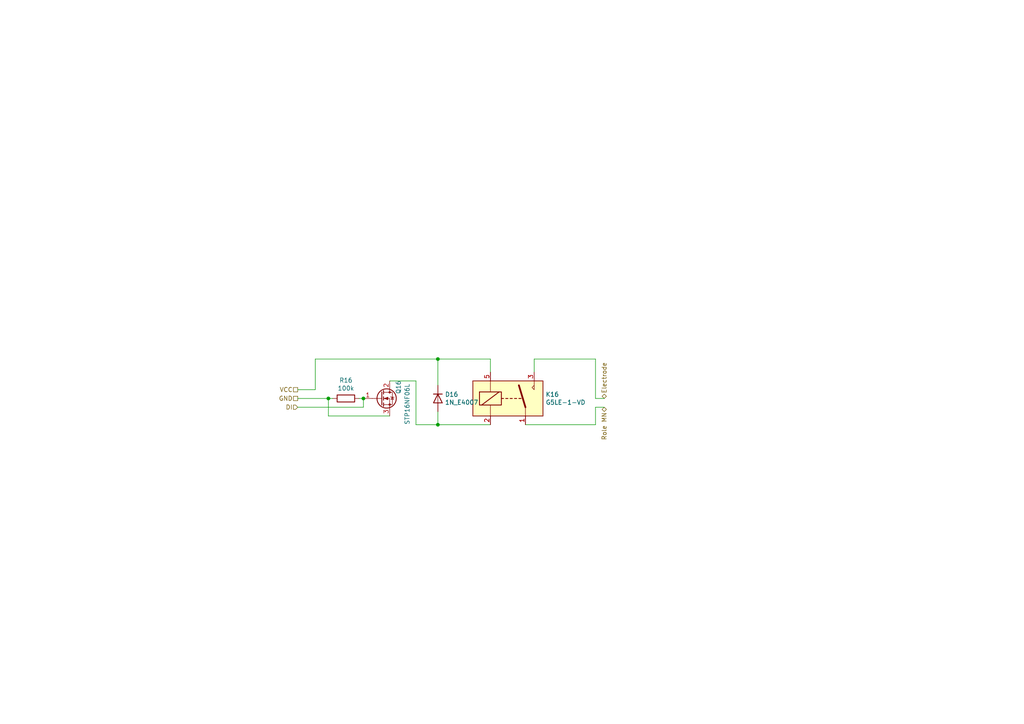
<source format=kicad_sch>
(kicad_sch (version 20211123) (generator eeschema)
  (paper "A4")
  (lib_symbols
    (symbol "Device:R" (pin_numbers hide) (pin_names (offset 0))
      (property "Reference" "R" (at 2.032 0 90))
      (property "Value" "R" (at 0 0 90))
      (symbol "R_0_1"
        (rectangle (start -1.016 -2.54) (end 1.016 2.54) (stroke (width 0.254)))
      )
      (symbol "R_1_1"
        (pin passive line (at 0 3.81 270) (length 1.27) (name "~") (number "1"))
        (pin passive line (at 0 -3.81 90) (length 1.27) (name "~") (number "2"))
      )
    )
    (symbol "Diode:1N4007" (pin_numbers hide) (pin_names (offset 1.016) hide)
      (property "Reference" "D" (at 0 2.54 0))
      (property "Value" "1N4007" (at 0 -2.54 0))
      (symbol "1N4007_0_1"
        (polyline (pts (xy -1.27 1.27) (xy -1.27 -1.27)) (stroke (width 0.254)))
        (polyline (pts (xy 1.27 0) (xy -1.27 0)))
        (polyline (pts (xy 1.27 1.27) (xy 1.27 -1.27) (xy -1.27 0) (xy 1.27 1.27)) (stroke (width 0.254)))
      )
      (symbol "1N4007_1_1"
        (pin passive line (at -3.81 0 0) (length 2.54) (name "K") (number "1"))
        (pin passive line (at 3.81 0 180) (length 2.54) (name "A") (number "2"))
      )
    )
    (symbol "relay_card_single:G5LE-1-VD"
      (property "Reference" "K14" (at 10.922 1.1684 0))
      (property "Value" "G5LE-1-VD" (at 10.922 -1.143 0))
      (symbol "G5LE-1-VD_0_0"
        (polyline (pts (xy 7.62 5.08) (xy 7.62 2.54) (xy 6.985 3.175) (xy 7.62 3.81)))
      )
      (symbol "G5LE-1-VD_0_1"
        (rectangle (start -10.16 5.08) (end 10.16 -5.08) (stroke (width 0.254)) (fill (type background)))
        (rectangle (start -8.255 1.905) (end -1.905 -1.905) (stroke (width 0.254)))
        (polyline (pts (xy -7.62 -1.905) (xy -2.54 1.905)) (stroke (width 0.254)))
        (polyline (pts (xy -5.08 -5.08) (xy -5.08 -1.905)))
        (polyline (pts (xy -5.08 5.08) (xy -5.08 1.905)))
        (polyline (pts (xy -1.905 0) (xy -1.27 0)) (stroke (width 0.254)))
        (polyline (pts (xy -0.635 0) (xy 0 0)) (stroke (width 0.254)))
        (polyline (pts (xy 0.635 0) (xy 1.27 0)) (stroke (width 0.254)))
        (polyline (pts (xy 1.905 0) (xy 2.54 0)) (stroke (width 0.254)))
        (polyline (pts (xy 3.175 0) (xy 3.81 0)) (stroke (width 0.254)))
        (polyline (pts (xy 5.08 -2.54) (xy 3.175 3.81)) (stroke (width 0.508)))
        (polyline (pts (xy 5.08 -2.54) (xy 5.08 -5.08)))
      )
      (symbol "G5LE-1-VD_1_1"
        (pin passive line (at 5.08 -7.62 90) (length 2.54) (name "~") (number "1"))
        (pin passive line (at -5.08 -7.62 90) (length 2.54) (name "~") (number "2"))
        (pin passive line (at 7.62 7.62 270) (length 2.54) (name "~") (number "3"))
        (pin passive line (at -5.08 7.62 270) (length 2.54) (name "~") (number "5"))
      )
    )
    (symbol "relay_card_single:STP16NF06L" (pin_names hide)
      (property "Reference" "Q14" (at 5.08 1.27 90))
      (property "Value" "STP16NF06L" (at 7.62 -7.62 90))
      (symbol "STP16NF06L_0_1"
        (polyline (pts (xy 0.254 0) (xy -2.54 0)))
        (polyline (pts (xy 0.254 1.905) (xy 0.254 -1.905)) (stroke (width 0.254)))
        (polyline (pts (xy 0.762 -1.27) (xy 0.762 -2.286)) (stroke (width 0.254)))
        (polyline (pts (xy 0.762 0.508) (xy 0.762 -0.508)) (stroke (width 0.254)))
        (polyline (pts (xy 0.762 2.286) (xy 0.762 1.27)) (stroke (width 0.254)))
        (polyline (pts (xy 2.54 2.54) (xy 2.54 1.778)))
        (polyline (pts (xy 2.54 -2.54) (xy 2.54 0) (xy 0.762 0)))
        (polyline (pts (xy 0.762 -1.778) (xy 3.302 -1.778) (xy 3.302 1.778) (xy 0.762 1.778)))
        (polyline (pts (xy 1.016 0) (xy 2.032 0.381) (xy 2.032 -0.381) (xy 1.016 0)) (fill (type outline)))
        (polyline (pts (xy 2.794 0.508) (xy 2.921 0.381) (xy 3.683 0.381) (xy 3.81 0.254)))
        (polyline (pts (xy 3.302 0.381) (xy 2.921 -0.254) (xy 3.683 -0.254) (xy 3.302 0.381)))
        (circle (center 1.651 0) (radius 2.794) (stroke (width 0.254)))
        (circle (center 2.54 -1.778) (radius 0.254) (fill (type outline)))
        (circle (center 2.54 1.778) (radius 0.254) (fill (type outline)))
      )
      (symbol "STP16NF06L_1_1"
        (pin input line (at -5.08 0 0) (length 2.54) (name "G") (number "1"))
        (pin passive line (at 2.54 5.08 270) (length 2.54) (name "D") (number "2"))
        (pin passive line (at 2.54 -5.08 90) (length 2.54) (name "S") (number "3"))
      )
    )
  )
  (junction (at 127 123.19))
  (junction (at 127 104.14))
  (junction (at 105.41 115.57))
  (junction (at 95.25 115.57))
  (wire (pts (xy 142.24 104.14) (xy 142.24 107.95)))
  (wire (pts (xy 127 104.14) (xy 91.44 104.14)))
  (wire (pts (xy 127 123.19) (xy 127 119.38)))
  (wire (pts (xy 86.36 118.11) (xy 105.41 118.11)))
  (wire (pts (xy 127 104.14) (xy 142.24 104.14)))
  (wire (pts (xy 172.72 123.19) (xy 152.4 123.19)))
  (wire (pts (xy 120.65 110.49) (xy 120.65 123.19)))
  (wire (pts (xy 154.94 104.14) (xy 172.72 104.14)))
  (wire (pts (xy 86.36 115.57) (xy 95.25 115.57)))
  (wire (pts (xy 154.94 107.95) (xy 154.94 104.14)))
  (wire (pts (xy 172.72 118.11) (xy 175.26 118.11)))
  (wire (pts (xy 91.44 113.03) (xy 86.36 113.03)))
  (wire (pts (xy 95.25 115.57) (xy 96.52 115.57)))
  (wire (pts (xy 113.03 110.49) (xy 120.65 110.49)))
  (wire (pts (xy 172.72 115.57) (xy 175.26 115.57)))
  (wire (pts (xy 172.72 104.14) (xy 172.72 115.57)))
  (wire (pts (xy 91.44 104.14) (xy 91.44 113.03)))
  (wire (pts (xy 172.72 118.11) (xy 172.72 123.19)))
  (wire (pts (xy 113.03 120.65) (xy 95.25 120.65)))
  (wire (pts (xy 95.25 115.57) (xy 95.25 120.65)))
  (wire (pts (xy 105.41 115.57) (xy 105.41 118.11)))
  (wire (pts (xy 127 123.19) (xy 142.24 123.19)))
  (wire (pts (xy 120.65 123.19) (xy 127 123.19)))
  (wire (pts (xy 127 104.14) (xy 127 111.76)))
  (wire (pts (xy 104.14 115.57) (xy 105.41 115.57)))
  (hierarchical_label "Role MN" (shape bidirectional) (at 175.26 118.11 270))
  (hierarchical_label "DI" (shape input) (at 86.36 118.11 180))
  (hierarchical_label "Electrode" (shape bidirectional) (at 175.26 115.57 90))
  (hierarchical_label "VCC" (shape passive) (at 86.36 113.03 180))
  (hierarchical_label "GND" (shape passive) (at 86.36 115.57 180))
  (symbol (lib_id "relay_card_single:STP16NF06L") (at 110.49 115.57 0)
    (property "Reference" "Q16" (at 115.57 114.3 90) (effects (justify left)))
    (property "Value" "STP16NF06L" (at 118.11 123.19 90) (effects (justify left)))
    (property "Footprint" "Package_TO_SOT_THT:TO-220-3_Vertical" (effects hide))
    (property "Datasheet" "https://media.digikey.com/pdf/Data%20Sheets/Fairchild%20PDFs/BUZ11.pdf" (effects hide))
  )
  (symbol (lib_id "relay_card_single:G5LE-1-VD") (at 147.32 115.57 0)
    (property "Reference" "K16" (at 158.242 114.4016 0) (effects (justify left)))
    (property "Value" "G5LE-1-VD" (at 158.242 116.713 0) (effects (justify left)))
    (property "Footprint" "KIGFA:Relay_SPDT_Omron-G5LE-1-VD" (effects hide))
    (property "Datasheet" "http://www.omron.com/ecb/products/pdf/en-g5le.pdf" (effects hide))
    (property "ref.Farnell" "2076257" (effects hide))
  )
  (symbol (lib_id "Device:R") (at 100.33 115.57 270)
    (property "Reference" "R16" (at 100.33 110.3122 90))
    (property "Value" "100k" (at 100.33 112.6236 90))
    (property "Footprint" "Resistor_THT:R_Axial_DIN0207_L6.3mm_D2.5mm_P15.24mm_Horizontal" (effects hide))
  )
  (symbol (lib_id "Diode:1N4007") (at 127 115.57 270)
    (property "Reference" "D16" (at 129.032 114.4016 90) (effects (justify left)))
    (property "Value" "1N_E4007" (at 129.032 116.713 90) (effects (justify left)))
    (property "Footprint" "Diode_THT:D_DO-41_SOD81_P10.16mm_Horizontal" (effects hide))
    (property "Datasheet" "http://www.vishay.com/docs/88503/1n4001.pdf" (effects hide))
  )
)
</source>
